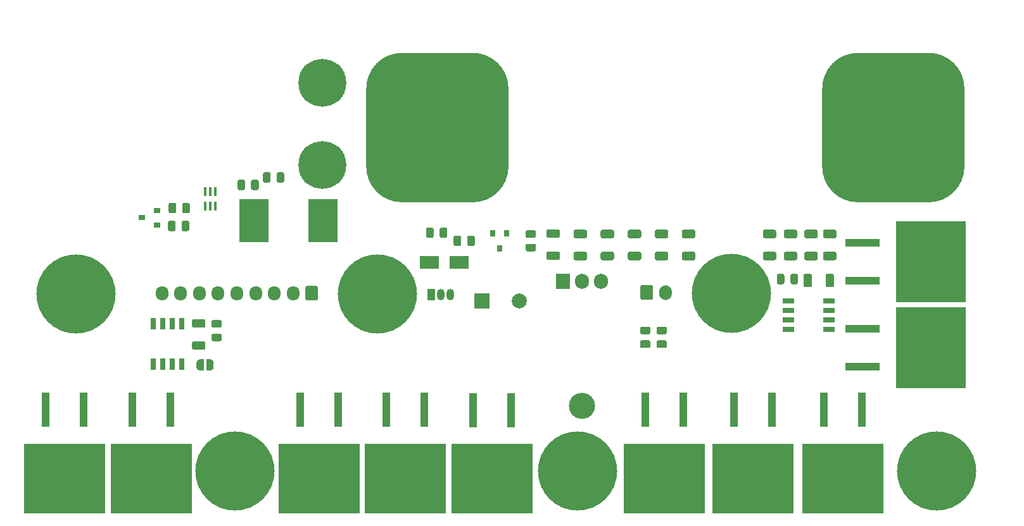
<source format=gbr>
%TF.GenerationSoftware,KiCad,Pcbnew,(5.1.9)-1*%
%TF.CreationDate,2021-02-05T08:05:51+01:00*%
%TF.ProjectId,Spotwelderix,53706f74-7765-46c6-9465-7269782e6b69,rev?*%
%TF.SameCoordinates,Original*%
%TF.FileFunction,Soldermask,Top*%
%TF.FilePolarity,Negative*%
%FSLAX46Y46*%
G04 Gerber Fmt 4.6, Leading zero omitted, Abs format (unit mm)*
G04 Created by KiCad (PCBNEW (5.1.9)-1) date 2021-02-05 08:05:51*
%MOMM*%
%LPD*%
G01*
G04 APERTURE LIST*
%ADD10R,0.400000X1.200000*%
%ADD11R,3.940000X5.840000*%
%ADD12R,0.900000X0.800000*%
%ADD13R,0.800000X0.900000*%
%ADD14O,1.700000X1.950000*%
%ADD15C,0.900000*%
%ADD16C,10.600000*%
%ADD17O,1.905000X2.000000*%
%ADD18R,1.905000X2.000000*%
%ADD19O,3.500000X3.500000*%
%ADD20R,1.525000X0.650000*%
%ADD21C,0.100000*%
%ADD22O,1.700000X2.000000*%
%ADD23R,2.500000X1.800000*%
%ADD24C,2.000000*%
%ADD25R,2.000000X2.000000*%
%ADD26R,0.650000X1.525000*%
%ADD27C,0.800000*%
%ADD28C,6.400000*%
%ADD29R,10.800000X9.400000*%
%ADD30R,1.100000X4.600000*%
%ADD31R,9.400000X10.800000*%
%ADD32R,4.600000X1.100000*%
%ADD33O,1.050000X1.500000*%
%ADD34R,1.050000X1.500000*%
G04 APERTURE END LIST*
%TO.C,R12*%
G36*
G01*
X110712500Y-84150001D02*
X110712500Y-83249999D01*
G75*
G02*
X110962499Y-83000000I249999J0D01*
G01*
X111487501Y-83000000D01*
G75*
G02*
X111737500Y-83249999I0J-249999D01*
G01*
X111737500Y-84150001D01*
G75*
G02*
X111487501Y-84400000I-249999J0D01*
G01*
X110962499Y-84400000D01*
G75*
G02*
X110712500Y-84150001I0J249999D01*
G01*
G37*
G36*
G01*
X108887500Y-84150001D02*
X108887500Y-83249999D01*
G75*
G02*
X109137499Y-83000000I249999J0D01*
G01*
X109662501Y-83000000D01*
G75*
G02*
X109912500Y-83249999I0J-249999D01*
G01*
X109912500Y-84150001D01*
G75*
G02*
X109662501Y-84400000I-249999J0D01*
G01*
X109137499Y-84400000D01*
G75*
G02*
X108887500Y-84150001I0J249999D01*
G01*
G37*
%TD*%
%TO.C,R11*%
G36*
G01*
X107300000Y-85150001D02*
X107300000Y-84249999D01*
G75*
G02*
X107549999Y-84000000I249999J0D01*
G01*
X108075001Y-84000000D01*
G75*
G02*
X108325000Y-84249999I0J-249999D01*
G01*
X108325000Y-85150001D01*
G75*
G02*
X108075001Y-85400000I-249999J0D01*
G01*
X107549999Y-85400000D01*
G75*
G02*
X107300000Y-85150001I0J249999D01*
G01*
G37*
G36*
G01*
X105475000Y-85150001D02*
X105475000Y-84249999D01*
G75*
G02*
X105724999Y-84000000I249999J0D01*
G01*
X106250001Y-84000000D01*
G75*
G02*
X106500000Y-84249999I0J-249999D01*
G01*
X106500000Y-85150001D01*
G75*
G02*
X106250001Y-85400000I-249999J0D01*
G01*
X105724999Y-85400000D01*
G75*
G02*
X105475000Y-85150001I0J249999D01*
G01*
G37*
%TD*%
D10*
%TO.C,IC1*%
X101200000Y-85600000D03*
X101850000Y-85600000D03*
X102500000Y-85600000D03*
X102500000Y-87500000D03*
X101850000Y-87500000D03*
X101200000Y-87500000D03*
%TD*%
D11*
%TO.C,R1*%
X116875000Y-89500000D03*
X107725000Y-89500000D03*
%TD*%
D12*
%TO.C,U2*%
X92700000Y-89100000D03*
X94700000Y-88150000D03*
X94700000Y-90050000D03*
%TD*%
%TO.C,R10*%
G36*
G01*
X97287500Y-87349999D02*
X97287500Y-88250001D01*
G75*
G02*
X97037501Y-88500000I-249999J0D01*
G01*
X96512499Y-88500000D01*
G75*
G02*
X96262500Y-88250001I0J249999D01*
G01*
X96262500Y-87349999D01*
G75*
G02*
X96512499Y-87100000I249999J0D01*
G01*
X97037501Y-87100000D01*
G75*
G02*
X97287500Y-87349999I0J-249999D01*
G01*
G37*
G36*
G01*
X99112500Y-87349999D02*
X99112500Y-88250001D01*
G75*
G02*
X98862501Y-88500000I-249999J0D01*
G01*
X98337499Y-88500000D01*
G75*
G02*
X98087500Y-88250001I0J249999D01*
G01*
X98087500Y-87349999D01*
G75*
G02*
X98337499Y-87100000I249999J0D01*
G01*
X98862501Y-87100000D01*
G75*
G02*
X99112500Y-87349999I0J-249999D01*
G01*
G37*
%TD*%
%TO.C,R9*%
G36*
G01*
X97212500Y-89749999D02*
X97212500Y-90650001D01*
G75*
G02*
X96962501Y-90900000I-249999J0D01*
G01*
X96437499Y-90900000D01*
G75*
G02*
X96187500Y-90650001I0J249999D01*
G01*
X96187500Y-89749999D01*
G75*
G02*
X96437499Y-89500000I249999J0D01*
G01*
X96962501Y-89500000D01*
G75*
G02*
X97212500Y-89749999I0J-249999D01*
G01*
G37*
G36*
G01*
X99037500Y-89749999D02*
X99037500Y-90650001D01*
G75*
G02*
X98787501Y-90900000I-249999J0D01*
G01*
X98262499Y-90900000D01*
G75*
G02*
X98012500Y-90650001I0J249999D01*
G01*
X98012500Y-89749999D01*
G75*
G02*
X98262499Y-89500000I249999J0D01*
G01*
X98787501Y-89500000D01*
G75*
G02*
X99037500Y-89749999I0J-249999D01*
G01*
G37*
%TD*%
%TO.C,R2*%
G36*
G01*
X131712500Y-90649999D02*
X131712500Y-91550001D01*
G75*
G02*
X131462501Y-91800000I-249999J0D01*
G01*
X130937499Y-91800000D01*
G75*
G02*
X130687500Y-91550001I0J249999D01*
G01*
X130687500Y-90649999D01*
G75*
G02*
X130937499Y-90400000I249999J0D01*
G01*
X131462501Y-90400000D01*
G75*
G02*
X131712500Y-90649999I0J-249999D01*
G01*
G37*
G36*
G01*
X133537500Y-90649999D02*
X133537500Y-91550001D01*
G75*
G02*
X133287501Y-91800000I-249999J0D01*
G01*
X132762499Y-91800000D01*
G75*
G02*
X132512500Y-91550001I0J249999D01*
G01*
X132512500Y-90649999D01*
G75*
G02*
X132762499Y-90400000I249999J0D01*
G01*
X133287501Y-90400000D01*
G75*
G02*
X133537500Y-90649999I0J-249999D01*
G01*
G37*
%TD*%
D13*
%TO.C,Q9*%
X140550000Y-93200000D03*
X139600000Y-91200000D03*
X141500000Y-91200000D03*
%TD*%
D14*
%TO.C,P1*%
X95400000Y-99200000D03*
X97900000Y-99200000D03*
X100400000Y-99200000D03*
X102900000Y-99200000D03*
X105400000Y-99200000D03*
X107900000Y-99200000D03*
X110400000Y-99200000D03*
X112900000Y-99200000D03*
G36*
G01*
X116250000Y-98475000D02*
X116250000Y-99925000D01*
G75*
G02*
X116000000Y-100175000I-250000J0D01*
G01*
X114800000Y-100175000D01*
G75*
G02*
X114550000Y-99925000I0J250000D01*
G01*
X114550000Y-98475000D01*
G75*
G02*
X114800000Y-98225000I250000J0D01*
G01*
X116000000Y-98225000D01*
G75*
G02*
X116250000Y-98475000I0J-250000D01*
G01*
G37*
%TD*%
%TO.C,C10*%
G36*
G01*
X154289999Y-93645000D02*
X155590001Y-93645000D01*
G75*
G02*
X155840000Y-93894999I0J-249999D01*
G01*
X155840000Y-94545001D01*
G75*
G02*
X155590001Y-94795000I-249999J0D01*
G01*
X154289999Y-94795000D01*
G75*
G02*
X154040000Y-94545001I0J249999D01*
G01*
X154040000Y-93894999D01*
G75*
G02*
X154289999Y-93645000I249999J0D01*
G01*
G37*
G36*
G01*
X154289999Y-90695000D02*
X155590001Y-90695000D01*
G75*
G02*
X155840000Y-90944999I0J-249999D01*
G01*
X155840000Y-91595001D01*
G75*
G02*
X155590001Y-91845000I-249999J0D01*
G01*
X154289999Y-91845000D01*
G75*
G02*
X154040000Y-91595001I0J249999D01*
G01*
X154040000Y-90944999D01*
G75*
G02*
X154289999Y-90695000I249999J0D01*
G01*
G37*
%TD*%
%TO.C,C8*%
G36*
G01*
X157909999Y-93645000D02*
X159210001Y-93645000D01*
G75*
G02*
X159460000Y-93894999I0J-249999D01*
G01*
X159460000Y-94545001D01*
G75*
G02*
X159210001Y-94795000I-249999J0D01*
G01*
X157909999Y-94795000D01*
G75*
G02*
X157660000Y-94545001I0J249999D01*
G01*
X157660000Y-93894999D01*
G75*
G02*
X157909999Y-93645000I249999J0D01*
G01*
G37*
G36*
G01*
X157909999Y-90695000D02*
X159210001Y-90695000D01*
G75*
G02*
X159460000Y-90944999I0J-249999D01*
G01*
X159460000Y-91595001D01*
G75*
G02*
X159210001Y-91845000I-249999J0D01*
G01*
X157909999Y-91845000D01*
G75*
G02*
X157660000Y-91595001I0J249999D01*
G01*
X157660000Y-90944999D01*
G75*
G02*
X157909999Y-90695000I249999J0D01*
G01*
G37*
%TD*%
%TO.C,C6*%
G36*
G01*
X150669999Y-93645000D02*
X151970001Y-93645000D01*
G75*
G02*
X152220000Y-93894999I0J-249999D01*
G01*
X152220000Y-94545001D01*
G75*
G02*
X151970001Y-94795000I-249999J0D01*
G01*
X150669999Y-94795000D01*
G75*
G02*
X150420000Y-94545001I0J249999D01*
G01*
X150420000Y-93894999D01*
G75*
G02*
X150669999Y-93645000I249999J0D01*
G01*
G37*
G36*
G01*
X150669999Y-90695000D02*
X151970001Y-90695000D01*
G75*
G02*
X152220000Y-90944999I0J-249999D01*
G01*
X152220000Y-91595001D01*
G75*
G02*
X151970001Y-91845000I-249999J0D01*
G01*
X150669999Y-91845000D01*
G75*
G02*
X150420000Y-91595001I0J249999D01*
G01*
X150420000Y-90944999D01*
G75*
G02*
X150669999Y-90695000I249999J0D01*
G01*
G37*
%TD*%
%TO.C,C2*%
G36*
G01*
X147049999Y-93600000D02*
X148350001Y-93600000D01*
G75*
G02*
X148600000Y-93849999I0J-249999D01*
G01*
X148600000Y-94500001D01*
G75*
G02*
X148350001Y-94750000I-249999J0D01*
G01*
X147049999Y-94750000D01*
G75*
G02*
X146800000Y-94500001I0J249999D01*
G01*
X146800000Y-93849999D01*
G75*
G02*
X147049999Y-93600000I249999J0D01*
G01*
G37*
G36*
G01*
X147049999Y-90650000D02*
X148350001Y-90650000D01*
G75*
G02*
X148600000Y-90899999I0J-249999D01*
G01*
X148600000Y-91550001D01*
G75*
G02*
X148350001Y-91800000I-249999J0D01*
G01*
X147049999Y-91800000D01*
G75*
G02*
X146800000Y-91550001I0J249999D01*
G01*
X146800000Y-90899999D01*
G75*
G02*
X147049999Y-90650000I249999J0D01*
G01*
G37*
%TD*%
D15*
%TO.C,H6*%
X174310749Y-96389251D03*
X171500000Y-95225000D03*
X168689251Y-96389251D03*
X167525000Y-99200000D03*
X168689251Y-102010749D03*
X171500000Y-103175000D03*
X174310749Y-102010749D03*
X175475000Y-99200000D03*
D16*
X171500000Y-99200000D03*
%TD*%
D17*
%TO.C,Q10*%
X154080000Y-97600000D03*
X151540000Y-97600000D03*
D18*
X149000000Y-97600000D03*
D19*
X151540000Y-114260000D03*
%TD*%
%TO.C,R4*%
G36*
G01*
X178612500Y-96849999D02*
X178612500Y-97750001D01*
G75*
G02*
X178362501Y-98000000I-249999J0D01*
G01*
X177837499Y-98000000D01*
G75*
G02*
X177587500Y-97750001I0J249999D01*
G01*
X177587500Y-96849999D01*
G75*
G02*
X177837499Y-96600000I249999J0D01*
G01*
X178362501Y-96600000D01*
G75*
G02*
X178612500Y-96849999I0J-249999D01*
G01*
G37*
G36*
G01*
X180437500Y-96849999D02*
X180437500Y-97750001D01*
G75*
G02*
X180187501Y-98000000I-249999J0D01*
G01*
X179662499Y-98000000D01*
G75*
G02*
X179412500Y-97750001I0J249999D01*
G01*
X179412500Y-96849999D01*
G75*
G02*
X179662499Y-96600000I249999J0D01*
G01*
X180187501Y-96600000D01*
G75*
G02*
X180437500Y-96849999I0J-249999D01*
G01*
G37*
%TD*%
D20*
%TO.C,IC3*%
X184600000Y-100200000D03*
X184600000Y-101470000D03*
X184600000Y-102740000D03*
X184600000Y-104010000D03*
X179176000Y-104010000D03*
X179176000Y-102740000D03*
X179176000Y-101470000D03*
X179176000Y-100200000D03*
%TD*%
%TO.C,C12*%
G36*
G01*
X184100000Y-98150001D02*
X184100000Y-96849999D01*
G75*
G02*
X184349999Y-96600000I249999J0D01*
G01*
X185000001Y-96600000D01*
G75*
G02*
X185250000Y-96849999I0J-249999D01*
G01*
X185250000Y-98150001D01*
G75*
G02*
X185000001Y-98400000I-249999J0D01*
G01*
X184349999Y-98400000D01*
G75*
G02*
X184100000Y-98150001I0J249999D01*
G01*
G37*
G36*
G01*
X181150000Y-98150001D02*
X181150000Y-96849999D01*
G75*
G02*
X181399999Y-96600000I249999J0D01*
G01*
X182050001Y-96600000D01*
G75*
G02*
X182300000Y-96849999I0J-249999D01*
G01*
X182300000Y-98150001D01*
G75*
G02*
X182050001Y-98400000I-249999J0D01*
G01*
X181399999Y-98400000D01*
G75*
G02*
X181150000Y-98150001I0J249999D01*
G01*
G37*
%TD*%
%TO.C,R8*%
G36*
G01*
X162650001Y-104712500D02*
X161749999Y-104712500D01*
G75*
G02*
X161500000Y-104462501I0J249999D01*
G01*
X161500000Y-103937499D01*
G75*
G02*
X161749999Y-103687500I249999J0D01*
G01*
X162650001Y-103687500D01*
G75*
G02*
X162900000Y-103937499I0J-249999D01*
G01*
X162900000Y-104462501D01*
G75*
G02*
X162650001Y-104712500I-249999J0D01*
G01*
G37*
G36*
G01*
X162650001Y-106537500D02*
X161749999Y-106537500D01*
G75*
G02*
X161500000Y-106287501I0J249999D01*
G01*
X161500000Y-105762499D01*
G75*
G02*
X161749999Y-105512500I249999J0D01*
G01*
X162650001Y-105512500D01*
G75*
G02*
X162900000Y-105762499I0J-249999D01*
G01*
X162900000Y-106287501D01*
G75*
G02*
X162650001Y-106537500I-249999J0D01*
G01*
G37*
%TD*%
%TO.C,R7*%
G36*
G01*
X159549999Y-105512500D02*
X160450001Y-105512500D01*
G75*
G02*
X160700000Y-105762499I0J-249999D01*
G01*
X160700000Y-106287501D01*
G75*
G02*
X160450001Y-106537500I-249999J0D01*
G01*
X159549999Y-106537500D01*
G75*
G02*
X159300000Y-106287501I0J249999D01*
G01*
X159300000Y-105762499D01*
G75*
G02*
X159549999Y-105512500I249999J0D01*
G01*
G37*
G36*
G01*
X159549999Y-103687500D02*
X160450001Y-103687500D01*
G75*
G02*
X160700000Y-103937499I0J-249999D01*
G01*
X160700000Y-104462501D01*
G75*
G02*
X160450001Y-104712500I-249999J0D01*
G01*
X159549999Y-104712500D01*
G75*
G02*
X159300000Y-104462501I0J249999D01*
G01*
X159300000Y-103937499D01*
G75*
G02*
X159549999Y-103687500I249999J0D01*
G01*
G37*
%TD*%
%TO.C,R6*%
G36*
G01*
X144249999Y-92587500D02*
X145150001Y-92587500D01*
G75*
G02*
X145400000Y-92837499I0J-249999D01*
G01*
X145400000Y-93362501D01*
G75*
G02*
X145150001Y-93612500I-249999J0D01*
G01*
X144249999Y-93612500D01*
G75*
G02*
X144000000Y-93362501I0J249999D01*
G01*
X144000000Y-92837499D01*
G75*
G02*
X144249999Y-92587500I249999J0D01*
G01*
G37*
G36*
G01*
X144249999Y-90762500D02*
X145150001Y-90762500D01*
G75*
G02*
X145400000Y-91012499I0J-249999D01*
G01*
X145400000Y-91537501D01*
G75*
G02*
X145150001Y-91787500I-249999J0D01*
G01*
X144249999Y-91787500D01*
G75*
G02*
X144000000Y-91537501I0J249999D01*
G01*
X144000000Y-91012499D01*
G75*
G02*
X144249999Y-90762500I249999J0D01*
G01*
G37*
%TD*%
%TO.C,R5*%
G36*
G01*
X136187500Y-92650001D02*
X136187500Y-91749999D01*
G75*
G02*
X136437499Y-91500000I249999J0D01*
G01*
X136962501Y-91500000D01*
G75*
G02*
X137212500Y-91749999I0J-249999D01*
G01*
X137212500Y-92650001D01*
G75*
G02*
X136962501Y-92900000I-249999J0D01*
G01*
X136437499Y-92900000D01*
G75*
G02*
X136187500Y-92650001I0J249999D01*
G01*
G37*
G36*
G01*
X134362500Y-92650001D02*
X134362500Y-91749999D01*
G75*
G02*
X134612499Y-91500000I249999J0D01*
G01*
X135137501Y-91500000D01*
G75*
G02*
X135387500Y-91749999I0J-249999D01*
G01*
X135387500Y-92650001D01*
G75*
G02*
X135137501Y-92900000I-249999J0D01*
G01*
X134612499Y-92900000D01*
G75*
G02*
X134362500Y-92650001I0J249999D01*
G01*
G37*
%TD*%
D21*
%TO.C,JP1*%
G36*
X100500000Y-109549398D02*
G01*
X100475466Y-109549398D01*
X100426635Y-109544588D01*
X100378510Y-109535016D01*
X100331555Y-109520772D01*
X100286222Y-109501995D01*
X100242949Y-109478864D01*
X100202150Y-109451604D01*
X100164221Y-109420476D01*
X100129524Y-109385779D01*
X100098396Y-109347850D01*
X100071136Y-109307051D01*
X100048005Y-109263778D01*
X100029228Y-109218445D01*
X100014984Y-109171490D01*
X100005412Y-109123365D01*
X100000602Y-109074534D01*
X100000602Y-109050000D01*
X100000000Y-109050000D01*
X100000000Y-108550000D01*
X100000602Y-108550000D01*
X100000602Y-108525466D01*
X100005412Y-108476635D01*
X100014984Y-108428510D01*
X100029228Y-108381555D01*
X100048005Y-108336222D01*
X100071136Y-108292949D01*
X100098396Y-108252150D01*
X100129524Y-108214221D01*
X100164221Y-108179524D01*
X100202150Y-108148396D01*
X100242949Y-108121136D01*
X100286222Y-108098005D01*
X100331555Y-108079228D01*
X100378510Y-108064984D01*
X100426635Y-108055412D01*
X100475466Y-108050602D01*
X100500000Y-108050602D01*
X100500000Y-108050000D01*
X101000000Y-108050000D01*
X101000000Y-109550000D01*
X100500000Y-109550000D01*
X100500000Y-109549398D01*
G37*
G36*
X101300000Y-108050000D02*
G01*
X101800000Y-108050000D01*
X101800000Y-108050602D01*
X101824534Y-108050602D01*
X101873365Y-108055412D01*
X101921490Y-108064984D01*
X101968445Y-108079228D01*
X102013778Y-108098005D01*
X102057051Y-108121136D01*
X102097850Y-108148396D01*
X102135779Y-108179524D01*
X102170476Y-108214221D01*
X102201604Y-108252150D01*
X102228864Y-108292949D01*
X102251995Y-108336222D01*
X102270772Y-108381555D01*
X102285016Y-108428510D01*
X102294588Y-108476635D01*
X102299398Y-108525466D01*
X102299398Y-108550000D01*
X102300000Y-108550000D01*
X102300000Y-109050000D01*
X102299398Y-109050000D01*
X102299398Y-109074534D01*
X102294588Y-109123365D01*
X102285016Y-109171490D01*
X102270772Y-109218445D01*
X102251995Y-109263778D01*
X102228864Y-109307051D01*
X102201604Y-109347850D01*
X102170476Y-109385779D01*
X102135779Y-109420476D01*
X102097850Y-109451604D01*
X102057051Y-109478864D01*
X102013778Y-109501995D01*
X101968445Y-109520772D01*
X101921490Y-109535016D01*
X101873365Y-109544588D01*
X101824534Y-109549398D01*
X101800000Y-109549398D01*
X101800000Y-109550000D01*
X101300000Y-109550000D01*
X101300000Y-108050000D01*
G37*
%TD*%
D22*
%TO.C,J1*%
X162700000Y-99100000D03*
G36*
G01*
X159350000Y-99850000D02*
X159350000Y-98350000D01*
G75*
G02*
X159600000Y-98100000I250000J0D01*
G01*
X160800000Y-98100000D01*
G75*
G02*
X161050000Y-98350000I0J-250000D01*
G01*
X161050000Y-99850000D01*
G75*
G02*
X160800000Y-100100000I-250000J0D01*
G01*
X159600000Y-100100000D01*
G75*
G02*
X159350000Y-99850000I0J250000D01*
G01*
G37*
%TD*%
D23*
%TO.C,D2*%
X135100000Y-95100000D03*
X131100000Y-95100000D03*
%TD*%
D24*
%TO.C,C14*%
X143200000Y-100200000D03*
D25*
X138200000Y-100200000D03*
%TD*%
%TO.C,C13*%
G36*
G01*
X100950001Y-103825000D02*
X99649999Y-103825000D01*
G75*
G02*
X99400000Y-103575001I0J249999D01*
G01*
X99400000Y-102924999D01*
G75*
G02*
X99649999Y-102675000I249999J0D01*
G01*
X100950001Y-102675000D01*
G75*
G02*
X101200000Y-102924999I0J-249999D01*
G01*
X101200000Y-103575001D01*
G75*
G02*
X100950001Y-103825000I-249999J0D01*
G01*
G37*
G36*
G01*
X100950001Y-106775000D02*
X99649999Y-106775000D01*
G75*
G02*
X99400000Y-106525001I0J249999D01*
G01*
X99400000Y-105874999D01*
G75*
G02*
X99649999Y-105625000I249999J0D01*
G01*
X100950001Y-105625000D01*
G75*
G02*
X101200000Y-105874999I0J-249999D01*
G01*
X101200000Y-106525001D01*
G75*
G02*
X100950001Y-106775000I-249999J0D01*
G01*
G37*
%TD*%
%TO.C,R3*%
G36*
G01*
X103150002Y-103812500D02*
X102249998Y-103812500D01*
G75*
G02*
X102000000Y-103562502I0J249998D01*
G01*
X102000000Y-103037498D01*
G75*
G02*
X102249998Y-102787500I249998J0D01*
G01*
X103150002Y-102787500D01*
G75*
G02*
X103400000Y-103037498I0J-249998D01*
G01*
X103400000Y-103562502D01*
G75*
G02*
X103150002Y-103812500I-249998J0D01*
G01*
G37*
G36*
G01*
X103150002Y-105637500D02*
X102249998Y-105637500D01*
G75*
G02*
X102000000Y-105387502I0J249998D01*
G01*
X102000000Y-104862498D01*
G75*
G02*
X102249998Y-104612500I249998J0D01*
G01*
X103150002Y-104612500D01*
G75*
G02*
X103400000Y-104862498I0J-249998D01*
G01*
X103400000Y-105387502D01*
G75*
G02*
X103150002Y-105637500I-249998J0D01*
G01*
G37*
%TD*%
D26*
%TO.C,IC2*%
X98075000Y-108732000D03*
X96805000Y-108732000D03*
X95535000Y-108732000D03*
X94265000Y-108732000D03*
X94265000Y-103308000D03*
X95535000Y-103308000D03*
X96805000Y-103308000D03*
X98075000Y-103308000D03*
%TD*%
D27*
%TO.C,H7*%
X118537056Y-80322944D03*
X116840000Y-79620000D03*
X115142944Y-80322944D03*
X114440000Y-82020000D03*
X115142944Y-83717056D03*
X116840000Y-84420000D03*
X118537056Y-83717056D03*
X119240000Y-82020000D03*
D28*
X116840000Y-82020000D03*
%TD*%
D27*
%TO.C,H2*%
X118537056Y-69322944D03*
X116840000Y-68620000D03*
X115142944Y-69322944D03*
X114440000Y-71020000D03*
X115142944Y-72717056D03*
X116840000Y-73420000D03*
X118537056Y-72717056D03*
X119240000Y-71020000D03*
D28*
X116840000Y-71020000D03*
%TD*%
D15*
%TO.C,H5*%
X126980749Y-96459251D03*
X124170000Y-95295000D03*
X121359251Y-96459251D03*
X120195000Y-99270000D03*
X121359251Y-102080749D03*
X124170000Y-103245000D03*
X126980749Y-102080749D03*
X128145000Y-99270000D03*
D16*
X124170000Y-99270000D03*
%TD*%
D15*
%TO.C,H4*%
X86710749Y-96459251D03*
X83900000Y-95295000D03*
X81089251Y-96459251D03*
X79925000Y-99270000D03*
X81089251Y-102080749D03*
X83900000Y-103245000D03*
X86710749Y-102080749D03*
X87875000Y-99270000D03*
D16*
X83900000Y-99270000D03*
%TD*%
D15*
%TO.C,H3*%
X153730749Y-120209251D03*
X150920000Y-119045000D03*
X148109251Y-120209251D03*
X146945000Y-123020000D03*
X148109251Y-125830749D03*
X150920000Y-126995000D03*
X153730749Y-125830749D03*
X154895000Y-123020000D03*
D16*
X150920000Y-123020000D03*
%TD*%
D15*
%TO.C,H1*%
X107980749Y-120209251D03*
X105170000Y-119045000D03*
X102359251Y-120209251D03*
X101195000Y-123020000D03*
X102359251Y-125830749D03*
X105170000Y-126995000D03*
X107980749Y-125830749D03*
X109145000Y-123020000D03*
D16*
X105170000Y-123020000D03*
%TD*%
D29*
%TO.C,Q8*%
X127945000Y-123987000D03*
D30*
X125405000Y-114837000D03*
X130485000Y-114837000D03*
%TD*%
D29*
%TO.C,Q7*%
X162540000Y-123987000D03*
D30*
X160000000Y-114837000D03*
X165080000Y-114837000D03*
%TD*%
D29*
%TO.C,Q6*%
X186395000Y-123987000D03*
D30*
X183855000Y-114837000D03*
X188935000Y-114837000D03*
%TD*%
D29*
%TO.C,Q5*%
X93945000Y-123987000D03*
D30*
X91405000Y-114837000D03*
X96485000Y-114837000D03*
%TD*%
D31*
%TO.C,Q4*%
X198175000Y-106525000D03*
D32*
X189025000Y-109065000D03*
X189025000Y-103985000D03*
%TD*%
D29*
%TO.C,Q3*%
X82395000Y-123987000D03*
D30*
X79855000Y-114837000D03*
X84935000Y-114837000D03*
%TD*%
D29*
%TO.C,Q2*%
X174395000Y-123987000D03*
D30*
X171855000Y-114837000D03*
X176935000Y-114837000D03*
%TD*%
D29*
%TO.C,Q1*%
X116395000Y-123987000D03*
D30*
X113855000Y-114837000D03*
X118935000Y-114837000D03*
%TD*%
%TO.C,C1*%
G36*
G01*
X175969999Y-93645000D02*
X177270001Y-93645000D01*
G75*
G02*
X177520000Y-93894999I0J-249999D01*
G01*
X177520000Y-94545001D01*
G75*
G02*
X177270001Y-94795000I-249999J0D01*
G01*
X175969999Y-94795000D01*
G75*
G02*
X175720000Y-94545001I0J249999D01*
G01*
X175720000Y-93894999D01*
G75*
G02*
X175969999Y-93645000I249999J0D01*
G01*
G37*
G36*
G01*
X175969999Y-90695000D02*
X177270001Y-90695000D01*
G75*
G02*
X177520000Y-90944999I0J-249999D01*
G01*
X177520000Y-91595001D01*
G75*
G02*
X177270001Y-91845000I-249999J0D01*
G01*
X175969999Y-91845000D01*
G75*
G02*
X175720000Y-91595001I0J249999D01*
G01*
X175720000Y-90944999D01*
G75*
G02*
X175969999Y-90695000I249999J0D01*
G01*
G37*
%TD*%
%TO.C,C3*%
G36*
G01*
X181519999Y-93645000D02*
X182820001Y-93645000D01*
G75*
G02*
X183070000Y-93894999I0J-249999D01*
G01*
X183070000Y-94545001D01*
G75*
G02*
X182820001Y-94795000I-249999J0D01*
G01*
X181519999Y-94795000D01*
G75*
G02*
X181270000Y-94545001I0J249999D01*
G01*
X181270000Y-93894999D01*
G75*
G02*
X181519999Y-93645000I249999J0D01*
G01*
G37*
G36*
G01*
X181519999Y-90695000D02*
X182820001Y-90695000D01*
G75*
G02*
X183070000Y-90944999I0J-249999D01*
G01*
X183070000Y-91595001D01*
G75*
G02*
X182820001Y-91845000I-249999J0D01*
G01*
X181519999Y-91845000D01*
G75*
G02*
X181270000Y-91595001I0J249999D01*
G01*
X181270000Y-90944999D01*
G75*
G02*
X181519999Y-90695000I249999J0D01*
G01*
G37*
%TD*%
%TO.C,C4*%
G36*
G01*
X161529999Y-90695000D02*
X162830001Y-90695000D01*
G75*
G02*
X163080000Y-90944999I0J-249999D01*
G01*
X163080000Y-91595001D01*
G75*
G02*
X162830001Y-91845000I-249999J0D01*
G01*
X161529999Y-91845000D01*
G75*
G02*
X161280000Y-91595001I0J249999D01*
G01*
X161280000Y-90944999D01*
G75*
G02*
X161529999Y-90695000I249999J0D01*
G01*
G37*
G36*
G01*
X161529999Y-93645000D02*
X162830001Y-93645000D01*
G75*
G02*
X163080000Y-93894999I0J-249999D01*
G01*
X163080000Y-94545001D01*
G75*
G02*
X162830001Y-94795000I-249999J0D01*
G01*
X161529999Y-94795000D01*
G75*
G02*
X161280000Y-94545001I0J249999D01*
G01*
X161280000Y-93894999D01*
G75*
G02*
X161529999Y-93645000I249999J0D01*
G01*
G37*
%TD*%
%TO.C,C5*%
G36*
G01*
X165149999Y-93645000D02*
X166450001Y-93645000D01*
G75*
G02*
X166700000Y-93894999I0J-249999D01*
G01*
X166700000Y-94545001D01*
G75*
G02*
X166450001Y-94795000I-249999J0D01*
G01*
X165149999Y-94795000D01*
G75*
G02*
X164900000Y-94545001I0J249999D01*
G01*
X164900000Y-93894999D01*
G75*
G02*
X165149999Y-93645000I249999J0D01*
G01*
G37*
G36*
G01*
X165149999Y-90695000D02*
X166450001Y-90695000D01*
G75*
G02*
X166700000Y-90944999I0J-249999D01*
G01*
X166700000Y-91595001D01*
G75*
G02*
X166450001Y-91845000I-249999J0D01*
G01*
X165149999Y-91845000D01*
G75*
G02*
X164900000Y-91595001I0J249999D01*
G01*
X164900000Y-90944999D01*
G75*
G02*
X165149999Y-90695000I249999J0D01*
G01*
G37*
%TD*%
%TO.C,C7*%
G36*
G01*
X184019999Y-93645000D02*
X185320001Y-93645000D01*
G75*
G02*
X185570000Y-93894999I0J-249999D01*
G01*
X185570000Y-94545001D01*
G75*
G02*
X185320001Y-94795000I-249999J0D01*
G01*
X184019999Y-94795000D01*
G75*
G02*
X183770000Y-94545001I0J249999D01*
G01*
X183770000Y-93894999D01*
G75*
G02*
X184019999Y-93645000I249999J0D01*
G01*
G37*
G36*
G01*
X184019999Y-90695000D02*
X185320001Y-90695000D01*
G75*
G02*
X185570000Y-90944999I0J-249999D01*
G01*
X185570000Y-91595001D01*
G75*
G02*
X185320001Y-91845000I-249999J0D01*
G01*
X184019999Y-91845000D01*
G75*
G02*
X183770000Y-91595001I0J249999D01*
G01*
X183770000Y-90944999D01*
G75*
G02*
X184019999Y-90695000I249999J0D01*
G01*
G37*
%TD*%
%TO.C,C9*%
G36*
G01*
X178769999Y-93645000D02*
X180070001Y-93645000D01*
G75*
G02*
X180320000Y-93894999I0J-249999D01*
G01*
X180320000Y-94545001D01*
G75*
G02*
X180070001Y-94795000I-249999J0D01*
G01*
X178769999Y-94795000D01*
G75*
G02*
X178520000Y-94545001I0J249999D01*
G01*
X178520000Y-93894999D01*
G75*
G02*
X178769999Y-93645000I249999J0D01*
G01*
G37*
G36*
G01*
X178769999Y-90695000D02*
X180070001Y-90695000D01*
G75*
G02*
X180320000Y-90944999I0J-249999D01*
G01*
X180320000Y-91595001D01*
G75*
G02*
X180070001Y-91845000I-249999J0D01*
G01*
X178769999Y-91845000D01*
G75*
G02*
X178520000Y-91595001I0J249999D01*
G01*
X178520000Y-90944999D01*
G75*
G02*
X178769999Y-90695000I249999J0D01*
G01*
G37*
%TD*%
%TO.C,D1*%
X142040000Y-114850000D03*
X136960000Y-114850000D03*
D29*
X139500000Y-124000000D03*
%TD*%
D32*
%TO.C,D3*%
X189043000Y-92480000D03*
X189043000Y-97560000D03*
D31*
X198193000Y-95020000D03*
%TD*%
%TO.C,F1*%
G36*
G01*
X202675000Y-71767500D02*
X202675000Y-82272500D01*
G75*
G02*
X197922500Y-87025000I-4752500J0D01*
G01*
X188417500Y-87025000D01*
G75*
G02*
X183665000Y-82272500I0J4752500D01*
G01*
X183665000Y-71767500D01*
G75*
G02*
X188417500Y-67015000I4752500J0D01*
G01*
X197922500Y-67015000D01*
G75*
G02*
X202675000Y-71767500I0J-4752500D01*
G01*
G37*
G36*
G01*
X141715000Y-71767500D02*
X141715000Y-82272500D01*
G75*
G02*
X136962500Y-87025000I-4752500J0D01*
G01*
X127457500Y-87025000D01*
G75*
G02*
X122705000Y-82272500I0J4752500D01*
G01*
X122705000Y-71767500D01*
G75*
G02*
X127457500Y-67015000I4752500J0D01*
G01*
X136962500Y-67015000D01*
G75*
G02*
X141715000Y-71767500I0J-4752500D01*
G01*
G37*
%TD*%
D15*
%TO.C,J4*%
X201730749Y-120209251D03*
X198920000Y-119045000D03*
X196109251Y-120209251D03*
X194945000Y-123020000D03*
X196109251Y-125830749D03*
X198920000Y-126995000D03*
X201730749Y-125830749D03*
X202895000Y-123020000D03*
D16*
X198920000Y-123020000D03*
%TD*%
D33*
%TO.C,U1*%
X132670000Y-99400000D03*
X133940000Y-99400000D03*
D34*
X131400000Y-99400000D03*
%TD*%
M02*

</source>
